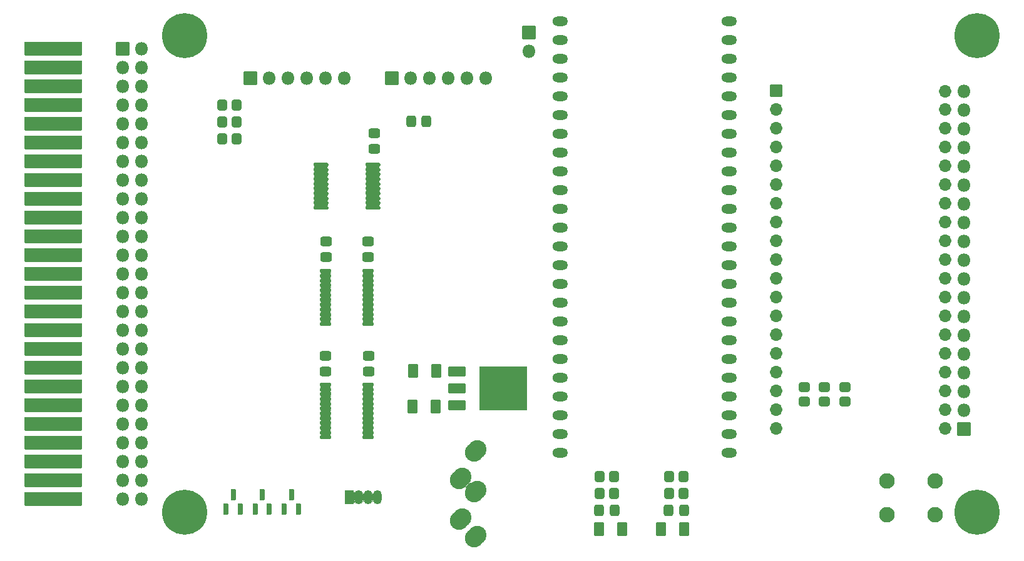
<source format=gbr>
%TF.GenerationSoftware,KiCad,Pcbnew,(6.0.11)*%
%TF.CreationDate,2023-06-18T20:13:55-07:00*%
%TF.ProjectId,TRS-IO-M3,5452532d-494f-42d4-9d33-2e6b69636164,rev?*%
%TF.SameCoordinates,Original*%
%TF.FileFunction,Soldermask,Top*%
%TF.FilePolarity,Negative*%
%FSLAX46Y46*%
G04 Gerber Fmt 4.6, Leading zero omitted, Abs format (unit mm)*
G04 Created by KiCad (PCBNEW (6.0.11)) date 2023-06-18 20:13:55*
%MOMM*%
%LPD*%
G01*
G04 APERTURE LIST*
G04 Aperture macros list*
%AMRoundRect*
0 Rectangle with rounded corners*
0 $1 Rounding radius*
0 $2 $3 $4 $5 $6 $7 $8 $9 X,Y pos of 4 corners*
0 Add a 4 corners polygon primitive as box body*
4,1,4,$2,$3,$4,$5,$6,$7,$8,$9,$2,$3,0*
0 Add four circle primitives for the rounded corners*
1,1,$1+$1,$2,$3*
1,1,$1+$1,$4,$5*
1,1,$1+$1,$6,$7*
1,1,$1+$1,$8,$9*
0 Add four rect primitives between the rounded corners*
20,1,$1+$1,$2,$3,$4,$5,0*
20,1,$1+$1,$4,$5,$6,$7,0*
20,1,$1+$1,$6,$7,$8,$9,0*
20,1,$1+$1,$8,$9,$2,$3,0*%
%AMHorizOval*
0 Thick line with rounded ends*
0 $1 width*
0 $2 $3 position (X,Y) of the first rounded end (center of the circle)*
0 $4 $5 position (X,Y) of the second rounded end (center of the circle)*
0 Add line between two ends*
20,1,$1,$2,$3,$4,$5,0*
0 Add two circle primitives to create the rounded ends*
1,1,$1,$2,$3*
1,1,$1,$4,$5*%
G04 Aperture macros list end*
%ADD10RoundRect,0.151000X-0.850000X-0.100000X0.850000X-0.100000X0.850000X0.100000X-0.850000X0.100000X0*%
%ADD11C,6.102000*%
%ADD12C,0.902000*%
%ADD13RoundRect,0.301000X0.350000X0.450000X-0.350000X0.450000X-0.350000X-0.450000X0.350000X-0.450000X0*%
%ADD14RoundRect,0.301000X-0.450000X0.350000X-0.450000X-0.350000X0.450000X-0.350000X0.450000X0.350000X0*%
%ADD15RoundRect,0.051000X0.850000X-0.850000X0.850000X0.850000X-0.850000X0.850000X-0.850000X-0.850000X0*%
%ADD16O,1.802000X1.802000*%
%ADD17RoundRect,0.301000X-0.475000X0.337500X-0.475000X-0.337500X0.475000X-0.337500X0.475000X0.337500X0*%
%ADD18O,2.102000X1.302000*%
%ADD19RoundRect,0.301000X0.475000X-0.337500X0.475000X0.337500X-0.475000X0.337500X-0.475000X-0.337500X0*%
%ADD20RoundRect,0.051000X-1.100000X-0.600000X1.100000X-0.600000X1.100000X0.600000X-1.100000X0.600000X0*%
%ADD21RoundRect,0.051000X-3.200000X-2.900000X3.200000X-2.900000X3.200000X2.900000X-3.200000X2.900000X0*%
%ADD22RoundRect,0.151000X-0.637500X-0.100000X0.637500X-0.100000X0.637500X0.100000X-0.637500X0.100000X0*%
%ADD23HorizOval,2.502000X-0.212132X-0.212132X0.212132X0.212132X0*%
%ADD24RoundRect,0.201000X0.150000X-0.587500X0.150000X0.587500X-0.150000X0.587500X-0.150000X-0.587500X0*%
%ADD25RoundRect,0.301000X-0.350000X-0.450000X0.350000X-0.450000X0.350000X0.450000X-0.350000X0.450000X0*%
%ADD26RoundRect,0.301000X0.412500X0.650000X-0.412500X0.650000X-0.412500X-0.650000X0.412500X-0.650000X0*%
%ADD27RoundRect,0.051000X-0.850000X-0.850000X0.850000X-0.850000X0.850000X0.850000X-0.850000X0.850000X0*%
%ADD28RoundRect,0.051000X-0.800000X-0.800000X0.800000X-0.800000X0.800000X0.800000X-0.800000X0.800000X0*%
%ADD29O,1.702000X1.702000*%
%ADD30RoundRect,0.301000X-0.337500X-0.475000X0.337500X-0.475000X0.337500X0.475000X-0.337500X0.475000X0*%
%ADD31RoundRect,0.051000X3.810000X-0.889000X3.810000X0.889000X-3.810000X0.889000X-3.810000X-0.889000X0*%
%ADD32RoundRect,0.051000X-0.535000X-0.900000X0.535000X-0.900000X0.535000X0.900000X-0.535000X0.900000X0*%
%ADD33O,1.172000X1.902000*%
%ADD34C,2.102000*%
%ADD35RoundRect,0.051000X0.850000X0.850000X-0.850000X0.850000X-0.850000X-0.850000X0.850000X-0.850000X0*%
G04 APERTURE END LIST*
D10*
%TO.C,U3*%
X143200000Y-78375000D03*
X143200000Y-79025000D03*
X143200000Y-79675000D03*
X143200000Y-80325000D03*
X143200000Y-80975000D03*
X143200000Y-81625000D03*
X143200000Y-82275000D03*
X143200000Y-82925000D03*
X143200000Y-83575000D03*
X143200000Y-84225000D03*
X150200000Y-84225000D03*
X150200000Y-83575000D03*
X150200000Y-82925000D03*
X150200000Y-82275000D03*
X150200000Y-81625000D03*
X150200000Y-80975000D03*
X150200000Y-80325000D03*
X150200000Y-79675000D03*
X150200000Y-79025000D03*
X150200000Y-78375000D03*
%TD*%
D11*
%TO.C,H1*%
X124714000Y-60960000D03*
D12*
X126304990Y-62550990D03*
X123123010Y-59369010D03*
X126964000Y-60960000D03*
X124714000Y-58710000D03*
X122464000Y-60960000D03*
X124714000Y-63210000D03*
X126304990Y-59369010D03*
X123123010Y-62550990D03*
%TD*%
%TO.C,H2*%
X233540990Y-62550990D03*
X234200000Y-60960000D03*
D11*
X231950000Y-60960000D03*
D12*
X229700000Y-60960000D03*
X230359010Y-62550990D03*
X230359010Y-59369010D03*
X233540990Y-59369010D03*
X231950000Y-63210000D03*
X231950000Y-58710000D03*
%TD*%
%TO.C,H3*%
X126964000Y-125476000D03*
X124714000Y-127726000D03*
X126304990Y-123885010D03*
X123123010Y-127066990D03*
D11*
X124714000Y-125476000D03*
D12*
X122464000Y-125476000D03*
X124714000Y-123226000D03*
X126304990Y-127066990D03*
X123123010Y-123885010D03*
%TD*%
%TO.C,H4*%
X233540990Y-123885010D03*
X229700000Y-125476000D03*
X233540990Y-127066990D03*
X231950000Y-127726000D03*
X230359010Y-123885010D03*
X234200000Y-125476000D03*
X231950000Y-123226000D03*
X230359010Y-127066990D03*
D11*
X231950000Y-125476000D03*
%TD*%
D13*
%TO.C,R9*%
X131810000Y-72644000D03*
X129810000Y-72644000D03*
%TD*%
%TO.C,R8*%
X131810000Y-70358000D03*
X129810000Y-70358000D03*
%TD*%
D14*
%TO.C,R1*%
X208534000Y-108474000D03*
X208534000Y-110474000D03*
%TD*%
%TO.C,R2*%
X214068000Y-108474000D03*
X214068000Y-110474000D03*
%TD*%
D15*
%TO.C,J5*%
X133600000Y-66675000D03*
D16*
X136140000Y-66675000D03*
X138680000Y-66675000D03*
X141220000Y-66675000D03*
X143760000Y-66675000D03*
X146300000Y-66675000D03*
%TD*%
D17*
%TO.C,C6*%
X149650000Y-104312500D03*
X149650000Y-106387500D03*
%TD*%
D18*
%TO.C,U5*%
X175520000Y-58985000D03*
X175520000Y-61525000D03*
X175520000Y-64065000D03*
X175520000Y-66605000D03*
X175520000Y-69145000D03*
X175520000Y-71685000D03*
X175520000Y-74225000D03*
X175520000Y-76765000D03*
X175520000Y-79305000D03*
X175520000Y-81845000D03*
X175520000Y-84385000D03*
X175520000Y-86925000D03*
X175520000Y-89465000D03*
X175520000Y-92005000D03*
X175520000Y-94545000D03*
X175520000Y-97085000D03*
X175520000Y-99625000D03*
X175520000Y-102165000D03*
X175520000Y-104705000D03*
X175520000Y-107245000D03*
X175520000Y-109785000D03*
X175520000Y-112325000D03*
X175520000Y-114865000D03*
X175520000Y-117405000D03*
X198420000Y-117405000D03*
X198420000Y-114865000D03*
X198420000Y-112325000D03*
X198420000Y-109785000D03*
X198420000Y-107245000D03*
X198420000Y-104705000D03*
X198420000Y-102165000D03*
X198420000Y-99625000D03*
X198420000Y-97085000D03*
X198420000Y-94545000D03*
X198420000Y-92005000D03*
X198420000Y-89465000D03*
X198420000Y-86925000D03*
X198420000Y-84385000D03*
X198420000Y-81845000D03*
X198420000Y-79305000D03*
X198420000Y-76765000D03*
X198420000Y-74225000D03*
X198420000Y-71685000D03*
X198420000Y-69145000D03*
X198420000Y-66605000D03*
X198420000Y-64065000D03*
X198420000Y-61525000D03*
X198420000Y-58985000D03*
%TD*%
D19*
%TO.C,C1*%
X143850000Y-90887500D03*
X143850000Y-88812500D03*
%TD*%
D17*
%TO.C,C7*%
X150400000Y-74162500D03*
X150400000Y-76237500D03*
%TD*%
D20*
%TO.C,U4*%
X161544000Y-106433000D03*
X161544000Y-108713000D03*
D21*
X167844000Y-108713000D03*
D20*
X161544000Y-110993000D03*
%TD*%
D22*
%TO.C,U2*%
X143837500Y-108175000D03*
X143837500Y-108825000D03*
X143837500Y-109475000D03*
X143837500Y-110125000D03*
X143837500Y-110775000D03*
X143837500Y-111425000D03*
X143837500Y-112075000D03*
X143837500Y-112725000D03*
X143837500Y-113375000D03*
X143837500Y-114025000D03*
X143837500Y-114675000D03*
X143837500Y-115325000D03*
X149562500Y-115325000D03*
X149562500Y-114675000D03*
X149562500Y-114025000D03*
X149562500Y-113375000D03*
X149562500Y-112725000D03*
X149562500Y-112075000D03*
X149562500Y-111425000D03*
X149562500Y-110775000D03*
X149562500Y-110125000D03*
X149562500Y-109475000D03*
X149562500Y-108825000D03*
X149562500Y-108175000D03*
%TD*%
D17*
%TO.C,C3*%
X149600000Y-88812500D03*
X149600000Y-90887500D03*
%TD*%
D23*
%TO.C,J7*%
X162084000Y-120878000D03*
X164084000Y-122678000D03*
X164084000Y-128778000D03*
X162084000Y-126378000D03*
X164084000Y-117178000D03*
%TD*%
D24*
%TO.C,Q2*%
X134279600Y-124991100D03*
X136179600Y-124991100D03*
X135229600Y-123116100D03*
%TD*%
D25*
%TO.C,R7*%
X190262000Y-122936000D03*
X192262000Y-122936000D03*
%TD*%
D26*
%TO.C,C4*%
X158781500Y-106338000D03*
X155656500Y-106338000D03*
%TD*%
D27*
%TO.C,J4*%
X171300000Y-60475000D03*
D16*
X171300000Y-63015000D03*
%TD*%
D26*
%TO.C,C12*%
X192316500Y-127762000D03*
X189191500Y-127762000D03*
%TD*%
D28*
%TO.C,U6*%
X204750000Y-68400000D03*
D29*
X204750000Y-70940000D03*
X204750000Y-73480000D03*
X204750000Y-76020000D03*
X204750000Y-78560000D03*
X204750000Y-81100000D03*
X204750000Y-83640000D03*
X204750000Y-86180000D03*
X204750000Y-88720000D03*
X204750000Y-91260000D03*
X204750000Y-93800000D03*
X204750000Y-96340000D03*
X204750000Y-98880000D03*
X204750000Y-101420000D03*
X204750000Y-103960000D03*
X204750000Y-106500000D03*
X204750000Y-109040000D03*
X204750000Y-111580000D03*
X204750000Y-114120000D03*
X227610000Y-114120000D03*
X227610000Y-111580000D03*
X227610000Y-109040000D03*
X227610000Y-106500000D03*
X227610000Y-103960000D03*
X227610000Y-101420000D03*
X227610000Y-98880000D03*
X227610000Y-96340000D03*
X227610000Y-93800000D03*
X227610000Y-91260000D03*
X227610000Y-88720000D03*
X227610000Y-86180000D03*
X227610000Y-83640000D03*
X227610000Y-81100000D03*
X227610000Y-78560000D03*
X227610000Y-76020000D03*
X227610000Y-73480000D03*
X227610000Y-70940000D03*
X227610000Y-68463500D03*
%TD*%
D30*
%TO.C,C9*%
X180826500Y-125222000D03*
X182901500Y-125222000D03*
%TD*%
D31*
%TO.C,J1*%
X106934000Y-123698000D03*
X106934000Y-121158000D03*
X106934000Y-118618000D03*
X106934000Y-116078000D03*
X106934000Y-113538000D03*
X106934000Y-110998000D03*
X106934000Y-108458000D03*
X106934000Y-105918000D03*
X106934000Y-103378000D03*
X106934000Y-100838000D03*
X106934000Y-98298000D03*
X106934000Y-95758000D03*
X106934000Y-93218000D03*
X106934000Y-90678000D03*
X106934000Y-88138000D03*
X106934000Y-85598000D03*
X106934000Y-83058000D03*
X106934000Y-80518000D03*
X106934000Y-77978000D03*
X106934000Y-75438000D03*
X106934000Y-72898000D03*
X106934000Y-70358000D03*
X106934000Y-67818000D03*
X106934000Y-65278000D03*
X106934000Y-62738000D03*
%TD*%
D24*
%TO.C,Q1*%
X138242000Y-124991100D03*
X140142000Y-124991100D03*
X139192000Y-123116100D03*
%TD*%
D15*
%TO.C,J6*%
X152800000Y-66675000D03*
D16*
X155340000Y-66675000D03*
X157880000Y-66675000D03*
X160420000Y-66675000D03*
X162960000Y-66675000D03*
X165500000Y-66675000D03*
%TD*%
D14*
%TO.C,R3*%
X211274000Y-108474000D03*
X211274000Y-110474000D03*
%TD*%
D30*
%TO.C,C10*%
X190224500Y-125222000D03*
X192299500Y-125222000D03*
%TD*%
D25*
%TO.C,R4*%
X180864000Y-120650000D03*
X182864000Y-120650000D03*
%TD*%
%TO.C,R6*%
X180864000Y-122936000D03*
X182864000Y-122936000D03*
%TD*%
D32*
%TO.C,D1*%
X147045600Y-123444000D03*
D33*
X148315600Y-123444000D03*
X149585600Y-123444000D03*
X150855600Y-123444000D03*
%TD*%
D25*
%TO.C,R5*%
X190262000Y-120650000D03*
X192262000Y-120650000D03*
%TD*%
D16*
%TO.C,J2*%
X118867000Y-123703000D03*
X116327000Y-123703000D03*
X118867000Y-121163000D03*
X116327000Y-121163000D03*
X118867000Y-118623000D03*
X116327000Y-118623000D03*
X118867000Y-116083000D03*
X116327000Y-116083000D03*
X118867000Y-113543000D03*
X116327000Y-113543000D03*
X118867000Y-111003000D03*
X116327000Y-111003000D03*
X118867000Y-108463000D03*
X116327000Y-108463000D03*
X118867000Y-105923000D03*
X116327000Y-105923000D03*
X118867000Y-103383000D03*
X116327000Y-103383000D03*
X118867000Y-100843000D03*
X116327000Y-100843000D03*
X118867000Y-98303000D03*
X116327000Y-98303000D03*
X118867000Y-95763000D03*
X116327000Y-95763000D03*
X118867000Y-93223000D03*
X116327000Y-93223000D03*
X118867000Y-90683000D03*
X116327000Y-90683000D03*
X118867000Y-88143000D03*
X116327000Y-88143000D03*
X118867000Y-85603000D03*
X116327000Y-85603000D03*
X118867000Y-83063000D03*
X116327000Y-83063000D03*
X118867000Y-80523000D03*
X116327000Y-80523000D03*
X118867000Y-77983000D03*
X116327000Y-77983000D03*
X118867000Y-75443000D03*
X116327000Y-75443000D03*
X118867000Y-72903000D03*
X116327000Y-72903000D03*
X118867000Y-70363000D03*
X116327000Y-70363000D03*
X118867000Y-67823000D03*
X116327000Y-67823000D03*
X118867000Y-65283000D03*
X116327000Y-65283000D03*
X118867000Y-62743000D03*
D27*
X116327000Y-62743000D03*
%TD*%
D26*
%TO.C,C11*%
X183934500Y-127762000D03*
X180809500Y-127762000D03*
%TD*%
D19*
%TO.C,C2*%
X143800000Y-106387500D03*
X143800000Y-104312500D03*
%TD*%
D34*
%TO.C,SW1*%
X226250000Y-125750000D03*
X219750000Y-125750000D03*
X226250000Y-121250000D03*
X219750000Y-121250000D03*
%TD*%
D22*
%TO.C,U1*%
X143837500Y-92800000D03*
X143837500Y-93450000D03*
X143837500Y-94100000D03*
X143837500Y-94750000D03*
X143837500Y-95400000D03*
X143837500Y-96050000D03*
X143837500Y-96700000D03*
X143837500Y-97350000D03*
X143837500Y-98000000D03*
X143837500Y-98650000D03*
X143837500Y-99300000D03*
X143837500Y-99950000D03*
X149562500Y-99950000D03*
X149562500Y-99300000D03*
X149562500Y-98650000D03*
X149562500Y-98000000D03*
X149562500Y-97350000D03*
X149562500Y-96700000D03*
X149562500Y-96050000D03*
X149562500Y-95400000D03*
X149562500Y-94750000D03*
X149562500Y-94100000D03*
X149562500Y-93450000D03*
X149562500Y-92800000D03*
%TD*%
D26*
%TO.C,C5*%
X158731500Y-111138000D03*
X155606500Y-111138000D03*
%TD*%
D30*
%TO.C,C8*%
X155375000Y-72550000D03*
X157450000Y-72550000D03*
%TD*%
D35*
%TO.C,J3*%
X230150000Y-114150000D03*
D16*
X230150000Y-111610000D03*
X230150000Y-109070000D03*
X230150000Y-106530000D03*
X230150000Y-103990000D03*
X230150000Y-101450000D03*
X230150000Y-98910000D03*
X230150000Y-96370000D03*
X230150000Y-93830000D03*
X230150000Y-91290000D03*
X230150000Y-88750000D03*
X230150000Y-86210000D03*
X230150000Y-83670000D03*
X230150000Y-81130000D03*
X230150000Y-78590000D03*
X230150000Y-76050000D03*
X230150000Y-73510000D03*
X230150000Y-70970000D03*
X230150000Y-68430000D03*
%TD*%
D13*
%TO.C,R10*%
X131810000Y-74930000D03*
X129810000Y-74930000D03*
%TD*%
D24*
%TO.C,Q3*%
X130368000Y-124991100D03*
X132268000Y-124991100D03*
X131318000Y-123116100D03*
%TD*%
G36*
X147633519Y-122646267D02*
G01*
X147653195Y-122713279D01*
X147705538Y-122758634D01*
X147774091Y-122768491D01*
X147837247Y-122739648D01*
X147857302Y-122717450D01*
X147879159Y-122686350D01*
X147879480Y-122685993D01*
X147888237Y-122678354D01*
X147890200Y-122677969D01*
X147891515Y-122679476D01*
X147891139Y-122681079D01*
X147809855Y-122787010D01*
X147751516Y-122927854D01*
X147731600Y-123079132D01*
X147731600Y-123808868D01*
X147751516Y-123960146D01*
X147809855Y-124100990D01*
X147889246Y-124204455D01*
X147889507Y-124206438D01*
X147887920Y-124207656D01*
X147886328Y-124207166D01*
X147875390Y-124197420D01*
X147875073Y-124197060D01*
X147858128Y-124172406D01*
X147804178Y-124128506D01*
X147735350Y-124120775D01*
X147673271Y-124151481D01*
X147637562Y-124211018D01*
X147633584Y-124242092D01*
X147632372Y-124243683D01*
X147630388Y-124243429D01*
X147629600Y-124241838D01*
X147629600Y-122646830D01*
X147630600Y-122645098D01*
X147632600Y-122645098D01*
X147633519Y-122646267D01*
G37*
G36*
X150344959Y-122797141D02*
G01*
X150344993Y-122798748D01*
X150291516Y-122927854D01*
X150271600Y-123079132D01*
X150271600Y-123808868D01*
X150291516Y-123960146D01*
X150343804Y-124086380D01*
X150343543Y-124088363D01*
X150341695Y-124089128D01*
X150340308Y-124088278D01*
X150327593Y-124069778D01*
X150327066Y-124069820D01*
X150326330Y-124069220D01*
X150293464Y-124025704D01*
X150228469Y-124001778D01*
X150160859Y-124016789D01*
X150111929Y-124066137D01*
X150105603Y-124079800D01*
X150103104Y-124086209D01*
X150102877Y-124086633D01*
X150099691Y-124091167D01*
X150097877Y-124092009D01*
X150096241Y-124090859D01*
X150096207Y-124089252D01*
X150149684Y-123960146D01*
X150169600Y-123808868D01*
X150169600Y-123079132D01*
X150149684Y-122927854D01*
X150097396Y-122801620D01*
X150097657Y-122799637D01*
X150099505Y-122798872D01*
X150100892Y-122799722D01*
X150113607Y-122818222D01*
X150114134Y-122818180D01*
X150114870Y-122818780D01*
X150147736Y-122862296D01*
X150212731Y-122886222D01*
X150280341Y-122871211D01*
X150329271Y-122821863D01*
X150335597Y-122808200D01*
X150338096Y-122801791D01*
X150338323Y-122801367D01*
X150341509Y-122796833D01*
X150343323Y-122795991D01*
X150344959Y-122797141D01*
G37*
G36*
X149074959Y-122797141D02*
G01*
X149074993Y-122798748D01*
X149021516Y-122927854D01*
X149001600Y-123079132D01*
X149001600Y-123808868D01*
X149021516Y-123960146D01*
X149073804Y-124086380D01*
X149073543Y-124088363D01*
X149071695Y-124089128D01*
X149070308Y-124088278D01*
X149057593Y-124069778D01*
X149057066Y-124069820D01*
X149056330Y-124069220D01*
X149023464Y-124025704D01*
X148958469Y-124001778D01*
X148890859Y-124016789D01*
X148841929Y-124066137D01*
X148835603Y-124079800D01*
X148833104Y-124086209D01*
X148832877Y-124086633D01*
X148829691Y-124091167D01*
X148827877Y-124092009D01*
X148826241Y-124090859D01*
X148826207Y-124089252D01*
X148879684Y-123960146D01*
X148899600Y-123808868D01*
X148899600Y-123079132D01*
X148879684Y-122927854D01*
X148827396Y-122801620D01*
X148827657Y-122799637D01*
X148829505Y-122798872D01*
X148830892Y-122799722D01*
X148843607Y-122818222D01*
X148844134Y-122818180D01*
X148844870Y-122818780D01*
X148877736Y-122862296D01*
X148942731Y-122886222D01*
X149010341Y-122871211D01*
X149059271Y-122821863D01*
X149065597Y-122808200D01*
X149068096Y-122801791D01*
X149068323Y-122801367D01*
X149071509Y-122796833D01*
X149073323Y-122795991D01*
X149074959Y-122797141D01*
G37*
G36*
X163367960Y-121303711D02*
G01*
X163368173Y-121305207D01*
X163351340Y-121372290D01*
X163373477Y-121437914D01*
X163427580Y-121481153D01*
X163496549Y-121488286D01*
X163536581Y-121471618D01*
X163538565Y-121471875D01*
X163539333Y-121473721D01*
X163538448Y-121475136D01*
X163520292Y-121487062D01*
X163412917Y-121582729D01*
X162988755Y-122006891D01*
X162846259Y-122177315D01*
X162803503Y-122252274D01*
X162801776Y-122253283D01*
X162800039Y-122252292D01*
X162799826Y-122250796D01*
X162816659Y-122183711D01*
X162794523Y-122118087D01*
X162740420Y-122074848D01*
X162671451Y-122067715D01*
X162631416Y-122084384D01*
X162629432Y-122084127D01*
X162628664Y-122082281D01*
X162629549Y-122080866D01*
X162647708Y-122068938D01*
X162755083Y-121973271D01*
X163179245Y-121549109D01*
X163321741Y-121378685D01*
X163364496Y-121303729D01*
X163366223Y-121302720D01*
X163367960Y-121303711D01*
G37*
G36*
X144552587Y-114902477D02*
G01*
X144552126Y-114903891D01*
X144512803Y-114950944D01*
X144504170Y-115019660D01*
X144534133Y-115082289D01*
X144542803Y-115089800D01*
X144543457Y-115091690D01*
X144542147Y-115093202D01*
X144540382Y-115092975D01*
X144532006Y-115087379D01*
X144474801Y-115076000D01*
X143200199Y-115076000D01*
X143142994Y-115087379D01*
X143125520Y-115099055D01*
X143123524Y-115099186D01*
X143122413Y-115097523D01*
X143122874Y-115096109D01*
X143162197Y-115049056D01*
X143170830Y-114980340D01*
X143140867Y-114917711D01*
X143132197Y-114910200D01*
X143131543Y-114908310D01*
X143132853Y-114906798D01*
X143134618Y-114907025D01*
X143142994Y-114912621D01*
X143200199Y-114924000D01*
X144474801Y-114924000D01*
X144532006Y-114912621D01*
X144549480Y-114900945D01*
X144551476Y-114900814D01*
X144552587Y-114902477D01*
G37*
G36*
X150277587Y-114902477D02*
G01*
X150277126Y-114903891D01*
X150237803Y-114950944D01*
X150229170Y-115019660D01*
X150259133Y-115082289D01*
X150267803Y-115089800D01*
X150268457Y-115091690D01*
X150267147Y-115093202D01*
X150265382Y-115092975D01*
X150257006Y-115087379D01*
X150199801Y-115076000D01*
X148925199Y-115076000D01*
X148867994Y-115087379D01*
X148850520Y-115099055D01*
X148848524Y-115099186D01*
X148847413Y-115097523D01*
X148847874Y-115096109D01*
X148887197Y-115049056D01*
X148895830Y-114980340D01*
X148865867Y-114917711D01*
X148857197Y-114910200D01*
X148856543Y-114908310D01*
X148857853Y-114906798D01*
X148859618Y-114907025D01*
X148867994Y-114912621D01*
X148925199Y-114924000D01*
X150199801Y-114924000D01*
X150257006Y-114912621D01*
X150274480Y-114900945D01*
X150276476Y-114900814D01*
X150277587Y-114902477D01*
G37*
G36*
X144552587Y-114252477D02*
G01*
X144552126Y-114253891D01*
X144512803Y-114300944D01*
X144504170Y-114369660D01*
X144534133Y-114432289D01*
X144542803Y-114439800D01*
X144543457Y-114441690D01*
X144542147Y-114443202D01*
X144540382Y-114442975D01*
X144532006Y-114437379D01*
X144474801Y-114426000D01*
X143200199Y-114426000D01*
X143142994Y-114437379D01*
X143125520Y-114449055D01*
X143123524Y-114449186D01*
X143122413Y-114447523D01*
X143122874Y-114446109D01*
X143162197Y-114399056D01*
X143170830Y-114330340D01*
X143140867Y-114267711D01*
X143132197Y-114260200D01*
X143131543Y-114258310D01*
X143132853Y-114256798D01*
X143134618Y-114257025D01*
X143142994Y-114262621D01*
X143200199Y-114274000D01*
X144474801Y-114274000D01*
X144532006Y-114262621D01*
X144549480Y-114250945D01*
X144551476Y-114250814D01*
X144552587Y-114252477D01*
G37*
G36*
X150277587Y-114252477D02*
G01*
X150277126Y-114253891D01*
X150237803Y-114300944D01*
X150229170Y-114369660D01*
X150259133Y-114432289D01*
X150267803Y-114439800D01*
X150268457Y-114441690D01*
X150267147Y-114443202D01*
X150265382Y-114442975D01*
X150257006Y-114437379D01*
X150199801Y-114426000D01*
X148925199Y-114426000D01*
X148867994Y-114437379D01*
X148850520Y-114449055D01*
X148848524Y-114449186D01*
X148847413Y-114447523D01*
X148847874Y-114446109D01*
X148887197Y-114399056D01*
X148895830Y-114330340D01*
X148865867Y-114267711D01*
X148857197Y-114260200D01*
X148856543Y-114258310D01*
X148857853Y-114256798D01*
X148859618Y-114257025D01*
X148867994Y-114262621D01*
X148925199Y-114274000D01*
X150199801Y-114274000D01*
X150257006Y-114262621D01*
X150274480Y-114250945D01*
X150276476Y-114250814D01*
X150277587Y-114252477D01*
G37*
G36*
X150277587Y-113602477D02*
G01*
X150277126Y-113603891D01*
X150237803Y-113650944D01*
X150229170Y-113719660D01*
X150259133Y-113782289D01*
X150267803Y-113789800D01*
X150268457Y-113791690D01*
X150267147Y-113793202D01*
X150265382Y-113792975D01*
X150257006Y-113787379D01*
X150199801Y-113776000D01*
X148925199Y-113776000D01*
X148867994Y-113787379D01*
X148850520Y-113799055D01*
X148848524Y-113799186D01*
X148847413Y-113797523D01*
X148847874Y-113796109D01*
X148887197Y-113749056D01*
X148895830Y-113680340D01*
X148865867Y-113617711D01*
X148857197Y-113610200D01*
X148856543Y-113608310D01*
X148857853Y-113606798D01*
X148859618Y-113607025D01*
X148867994Y-113612621D01*
X148925199Y-113624000D01*
X150199801Y-113624000D01*
X150257006Y-113612621D01*
X150274480Y-113600945D01*
X150276476Y-113600814D01*
X150277587Y-113602477D01*
G37*
G36*
X144552587Y-113602477D02*
G01*
X144552126Y-113603891D01*
X144512803Y-113650944D01*
X144504170Y-113719660D01*
X144534133Y-113782289D01*
X144542803Y-113789800D01*
X144543457Y-113791690D01*
X144542147Y-113793202D01*
X144540382Y-113792975D01*
X144532006Y-113787379D01*
X144474801Y-113776000D01*
X143200199Y-113776000D01*
X143142994Y-113787379D01*
X143125520Y-113799055D01*
X143123524Y-113799186D01*
X143122413Y-113797523D01*
X143122874Y-113796109D01*
X143162197Y-113749056D01*
X143170830Y-113680340D01*
X143140867Y-113617711D01*
X143132197Y-113610200D01*
X143131543Y-113608310D01*
X143132853Y-113606798D01*
X143134618Y-113607025D01*
X143142994Y-113612621D01*
X143200199Y-113624000D01*
X144474801Y-113624000D01*
X144532006Y-113612621D01*
X144549480Y-113600945D01*
X144551476Y-113600814D01*
X144552587Y-113602477D01*
G37*
G36*
X144552587Y-112952477D02*
G01*
X144552126Y-112953891D01*
X144512803Y-113000944D01*
X144504170Y-113069660D01*
X144534133Y-113132289D01*
X144542803Y-113139800D01*
X144543457Y-113141690D01*
X144542147Y-113143202D01*
X144540382Y-113142975D01*
X144532006Y-113137379D01*
X144474801Y-113126000D01*
X143200199Y-113126000D01*
X143142994Y-113137379D01*
X143125520Y-113149055D01*
X143123524Y-113149186D01*
X143122413Y-113147523D01*
X143122874Y-113146109D01*
X143162197Y-113099056D01*
X143170830Y-113030340D01*
X143140867Y-112967711D01*
X143132197Y-112960200D01*
X143131543Y-112958310D01*
X143132853Y-112956798D01*
X143134618Y-112957025D01*
X143142994Y-112962621D01*
X143200199Y-112974000D01*
X144474801Y-112974000D01*
X144532006Y-112962621D01*
X144549480Y-112950945D01*
X144551476Y-112950814D01*
X144552587Y-112952477D01*
G37*
G36*
X150277587Y-112952477D02*
G01*
X150277126Y-112953891D01*
X150237803Y-113000944D01*
X150229170Y-113069660D01*
X150259133Y-113132289D01*
X150267803Y-113139800D01*
X150268457Y-113141690D01*
X150267147Y-113143202D01*
X150265382Y-113142975D01*
X150257006Y-113137379D01*
X150199801Y-113126000D01*
X148925199Y-113126000D01*
X148867994Y-113137379D01*
X148850520Y-113149055D01*
X148848524Y-113149186D01*
X148847413Y-113147523D01*
X148847874Y-113146109D01*
X148887197Y-113099056D01*
X148895830Y-113030340D01*
X148865867Y-112967711D01*
X148857197Y-112960200D01*
X148856543Y-112958310D01*
X148857853Y-112956798D01*
X148859618Y-112957025D01*
X148867994Y-112962621D01*
X148925199Y-112974000D01*
X150199801Y-112974000D01*
X150257006Y-112962621D01*
X150274480Y-112950945D01*
X150276476Y-112950814D01*
X150277587Y-112952477D01*
G37*
G36*
X144552587Y-112302477D02*
G01*
X144552126Y-112303891D01*
X144512803Y-112350944D01*
X144504170Y-112419660D01*
X144534133Y-112482289D01*
X144542803Y-112489800D01*
X144543457Y-112491690D01*
X144542147Y-112493202D01*
X144540382Y-112492975D01*
X144532006Y-112487379D01*
X144474801Y-112476000D01*
X143200199Y-112476000D01*
X143142994Y-112487379D01*
X143125520Y-112499055D01*
X143123524Y-112499186D01*
X143122413Y-112497523D01*
X143122874Y-112496109D01*
X143162197Y-112449056D01*
X143170830Y-112380340D01*
X143140867Y-112317711D01*
X143132197Y-112310200D01*
X143131543Y-112308310D01*
X143132853Y-112306798D01*
X143134618Y-112307025D01*
X143142994Y-112312621D01*
X143200199Y-112324000D01*
X144474801Y-112324000D01*
X144532006Y-112312621D01*
X144549480Y-112300945D01*
X144551476Y-112300814D01*
X144552587Y-112302477D01*
G37*
G36*
X150277587Y-112302477D02*
G01*
X150277126Y-112303891D01*
X150237803Y-112350944D01*
X150229170Y-112419660D01*
X150259133Y-112482289D01*
X150267803Y-112489800D01*
X150268457Y-112491690D01*
X150267147Y-112493202D01*
X150265382Y-112492975D01*
X150257006Y-112487379D01*
X150199801Y-112476000D01*
X148925199Y-112476000D01*
X148867994Y-112487379D01*
X148850520Y-112499055D01*
X148848524Y-112499186D01*
X148847413Y-112497523D01*
X148847874Y-112496109D01*
X148887197Y-112449056D01*
X148895830Y-112380340D01*
X148865867Y-112317711D01*
X148857197Y-112310200D01*
X148856543Y-112308310D01*
X148857853Y-112306798D01*
X148859618Y-112307025D01*
X148867994Y-112312621D01*
X148925199Y-112324000D01*
X150199801Y-112324000D01*
X150257006Y-112312621D01*
X150274480Y-112300945D01*
X150276476Y-112300814D01*
X150277587Y-112302477D01*
G37*
G36*
X150277587Y-111652477D02*
G01*
X150277126Y-111653891D01*
X150237803Y-111700944D01*
X150229170Y-111769660D01*
X150259133Y-111832289D01*
X150267803Y-111839800D01*
X150268457Y-111841690D01*
X150267147Y-111843202D01*
X150265382Y-111842975D01*
X150257006Y-111837379D01*
X150199801Y-111826000D01*
X148925199Y-111826000D01*
X148867994Y-111837379D01*
X148850520Y-111849055D01*
X148848524Y-111849186D01*
X148847413Y-111847523D01*
X148847874Y-111846109D01*
X148887197Y-111799056D01*
X148895830Y-111730340D01*
X148865867Y-111667711D01*
X148857197Y-111660200D01*
X148856543Y-111658310D01*
X148857853Y-111656798D01*
X148859618Y-111657025D01*
X148867994Y-111662621D01*
X148925199Y-111674000D01*
X150199801Y-111674000D01*
X150257006Y-111662621D01*
X150274480Y-111650945D01*
X150276476Y-111650814D01*
X150277587Y-111652477D01*
G37*
G36*
X144552587Y-111652477D02*
G01*
X144552126Y-111653891D01*
X144512803Y-111700944D01*
X144504170Y-111769660D01*
X144534133Y-111832289D01*
X144542803Y-111839800D01*
X144543457Y-111841690D01*
X144542147Y-111843202D01*
X144540382Y-111842975D01*
X144532006Y-111837379D01*
X144474801Y-111826000D01*
X143200199Y-111826000D01*
X143142994Y-111837379D01*
X143125520Y-111849055D01*
X143123524Y-111849186D01*
X143122413Y-111847523D01*
X143122874Y-111846109D01*
X143162197Y-111799056D01*
X143170830Y-111730340D01*
X143140867Y-111667711D01*
X143132197Y-111660200D01*
X143131543Y-111658310D01*
X143132853Y-111656798D01*
X143134618Y-111657025D01*
X143142994Y-111662621D01*
X143200199Y-111674000D01*
X144474801Y-111674000D01*
X144532006Y-111662621D01*
X144549480Y-111650945D01*
X144551476Y-111650814D01*
X144552587Y-111652477D01*
G37*
G36*
X144552587Y-111002477D02*
G01*
X144552126Y-111003891D01*
X144512803Y-111050944D01*
X144504170Y-111119660D01*
X144534133Y-111182289D01*
X144542803Y-111189800D01*
X144543457Y-111191690D01*
X144542147Y-111193202D01*
X144540382Y-111192975D01*
X144532006Y-111187379D01*
X144474801Y-111176000D01*
X143200199Y-111176000D01*
X143142994Y-111187379D01*
X143125520Y-111199055D01*
X143123524Y-111199186D01*
X143122413Y-111197523D01*
X143122874Y-111196109D01*
X143162197Y-111149056D01*
X143170830Y-111080340D01*
X143140867Y-111017711D01*
X143132197Y-111010200D01*
X143131543Y-111008310D01*
X143132853Y-111006798D01*
X143134618Y-111007025D01*
X143142994Y-111012621D01*
X143200199Y-111024000D01*
X144474801Y-111024000D01*
X144532006Y-111012621D01*
X144549480Y-111000945D01*
X144551476Y-111000814D01*
X144552587Y-111002477D01*
G37*
G36*
X150277587Y-111002477D02*
G01*
X150277126Y-111003891D01*
X150237803Y-111050944D01*
X150229170Y-111119660D01*
X150259133Y-111182289D01*
X150267803Y-111189800D01*
X150268457Y-111191690D01*
X150267147Y-111193202D01*
X150265382Y-111192975D01*
X150257006Y-111187379D01*
X150199801Y-111176000D01*
X148925199Y-111176000D01*
X148867994Y-111187379D01*
X148850520Y-111199055D01*
X148848524Y-111199186D01*
X148847413Y-111197523D01*
X148847874Y-111196109D01*
X148887197Y-111149056D01*
X148895830Y-111080340D01*
X148865867Y-111017711D01*
X148857197Y-111010200D01*
X148856543Y-111008310D01*
X148857853Y-111006798D01*
X148859618Y-111007025D01*
X148867994Y-111012621D01*
X148925199Y-111024000D01*
X150199801Y-111024000D01*
X150257006Y-111012621D01*
X150274480Y-111000945D01*
X150276476Y-111000814D01*
X150277587Y-111002477D01*
G37*
G36*
X144552587Y-110352477D02*
G01*
X144552126Y-110353891D01*
X144512803Y-110400944D01*
X144504170Y-110469660D01*
X144534133Y-110532289D01*
X144542803Y-110539800D01*
X144543457Y-110541690D01*
X144542147Y-110543202D01*
X144540382Y-110542975D01*
X144532006Y-110537379D01*
X144474801Y-110526000D01*
X143200199Y-110526000D01*
X143142994Y-110537379D01*
X143125520Y-110549055D01*
X143123524Y-110549186D01*
X143122413Y-110547523D01*
X143122874Y-110546109D01*
X143162197Y-110499056D01*
X143170830Y-110430340D01*
X143140867Y-110367711D01*
X143132197Y-110360200D01*
X143131543Y-110358310D01*
X143132853Y-110356798D01*
X143134618Y-110357025D01*
X143142994Y-110362621D01*
X143200199Y-110374000D01*
X144474801Y-110374000D01*
X144532006Y-110362621D01*
X144549480Y-110350945D01*
X144551476Y-110350814D01*
X144552587Y-110352477D01*
G37*
G36*
X150277587Y-110352477D02*
G01*
X150277126Y-110353891D01*
X150237803Y-110400944D01*
X150229170Y-110469660D01*
X150259133Y-110532289D01*
X150267803Y-110539800D01*
X150268457Y-110541690D01*
X150267147Y-110543202D01*
X150265382Y-110542975D01*
X150257006Y-110537379D01*
X150199801Y-110526000D01*
X148925199Y-110526000D01*
X148867994Y-110537379D01*
X148850520Y-110549055D01*
X148848524Y-110549186D01*
X148847413Y-110547523D01*
X148847874Y-110546109D01*
X148887197Y-110499056D01*
X148895830Y-110430340D01*
X148865867Y-110367711D01*
X148857197Y-110360200D01*
X148856543Y-110358310D01*
X148857853Y-110356798D01*
X148859618Y-110357025D01*
X148867994Y-110362621D01*
X148925199Y-110374000D01*
X150199801Y-110374000D01*
X150257006Y-110362621D01*
X150274480Y-110350945D01*
X150276476Y-110350814D01*
X150277587Y-110352477D01*
G37*
G36*
X150277587Y-109702477D02*
G01*
X150277126Y-109703891D01*
X150237803Y-109750944D01*
X150229170Y-109819660D01*
X150259133Y-109882289D01*
X150267803Y-109889800D01*
X150268457Y-109891690D01*
X150267147Y-109893202D01*
X150265382Y-109892975D01*
X150257006Y-109887379D01*
X150199801Y-109876000D01*
X148925199Y-109876000D01*
X148867994Y-109887379D01*
X148850520Y-109899055D01*
X148848524Y-109899186D01*
X148847413Y-109897523D01*
X148847874Y-109896109D01*
X148887197Y-109849056D01*
X148895830Y-109780340D01*
X148865867Y-109717711D01*
X148857197Y-109710200D01*
X148856543Y-109708310D01*
X148857853Y-109706798D01*
X148859618Y-109707025D01*
X148867994Y-109712621D01*
X148925199Y-109724000D01*
X150199801Y-109724000D01*
X150257006Y-109712621D01*
X150274480Y-109700945D01*
X150276476Y-109700814D01*
X150277587Y-109702477D01*
G37*
G36*
X144552587Y-109702477D02*
G01*
X144552126Y-109703891D01*
X144512803Y-109750944D01*
X144504170Y-109819660D01*
X144534133Y-109882289D01*
X144542803Y-109889800D01*
X144543457Y-109891690D01*
X144542147Y-109893202D01*
X144540382Y-109892975D01*
X144532006Y-109887379D01*
X144474801Y-109876000D01*
X143200199Y-109876000D01*
X143142994Y-109887379D01*
X143125520Y-109899055D01*
X143123524Y-109899186D01*
X143122413Y-109897523D01*
X143122874Y-109896109D01*
X143162197Y-109849056D01*
X143170830Y-109780340D01*
X143140867Y-109717711D01*
X143132197Y-109710200D01*
X143131543Y-109708310D01*
X143132853Y-109706798D01*
X143134618Y-109707025D01*
X143142994Y-109712621D01*
X143200199Y-109724000D01*
X144474801Y-109724000D01*
X144532006Y-109712621D01*
X144549480Y-109700945D01*
X144551476Y-109700814D01*
X144552587Y-109702477D01*
G37*
G36*
X150277587Y-109052477D02*
G01*
X150277126Y-109053891D01*
X150237803Y-109100944D01*
X150229170Y-109169660D01*
X150259133Y-109232289D01*
X150267803Y-109239800D01*
X150268457Y-109241690D01*
X150267147Y-109243202D01*
X150265382Y-109242975D01*
X150257006Y-109237379D01*
X150199801Y-109226000D01*
X148925199Y-109226000D01*
X148867994Y-109237379D01*
X148850520Y-109249055D01*
X148848524Y-109249186D01*
X148847413Y-109247523D01*
X148847874Y-109246109D01*
X148887197Y-109199056D01*
X148895830Y-109130340D01*
X148865867Y-109067711D01*
X148857197Y-109060200D01*
X148856543Y-109058310D01*
X148857853Y-109056798D01*
X148859618Y-109057025D01*
X148867994Y-109062621D01*
X148925199Y-109074000D01*
X150199801Y-109074000D01*
X150257006Y-109062621D01*
X150274480Y-109050945D01*
X150276476Y-109050814D01*
X150277587Y-109052477D01*
G37*
G36*
X144552587Y-109052477D02*
G01*
X144552126Y-109053891D01*
X144512803Y-109100944D01*
X144504170Y-109169660D01*
X144534133Y-109232289D01*
X144542803Y-109239800D01*
X144543457Y-109241690D01*
X144542147Y-109243202D01*
X144540382Y-109242975D01*
X144532006Y-109237379D01*
X144474801Y-109226000D01*
X143200199Y-109226000D01*
X143142994Y-109237379D01*
X143125520Y-109249055D01*
X143123524Y-109249186D01*
X143122413Y-109247523D01*
X143122874Y-109246109D01*
X143162197Y-109199056D01*
X143170830Y-109130340D01*
X143140867Y-109067711D01*
X143132197Y-109060200D01*
X143131543Y-109058310D01*
X143132853Y-109056798D01*
X143134618Y-109057025D01*
X143142994Y-109062621D01*
X143200199Y-109074000D01*
X144474801Y-109074000D01*
X144532006Y-109062621D01*
X144549480Y-109050945D01*
X144551476Y-109050814D01*
X144552587Y-109052477D01*
G37*
G36*
X150277587Y-108402477D02*
G01*
X150277126Y-108403891D01*
X150237803Y-108450944D01*
X150229170Y-108519660D01*
X150259133Y-108582289D01*
X150267803Y-108589800D01*
X150268457Y-108591690D01*
X150267147Y-108593202D01*
X150265382Y-108592975D01*
X150257006Y-108587379D01*
X150199801Y-108576000D01*
X148925199Y-108576000D01*
X148867994Y-108587379D01*
X148850520Y-108599055D01*
X148848524Y-108599186D01*
X148847413Y-108597523D01*
X148847874Y-108596109D01*
X148887197Y-108549056D01*
X148895830Y-108480340D01*
X148865867Y-108417711D01*
X148857197Y-108410200D01*
X148856543Y-108408310D01*
X148857853Y-108406798D01*
X148859618Y-108407025D01*
X148867994Y-108412621D01*
X148925199Y-108424000D01*
X150199801Y-108424000D01*
X150257006Y-108412621D01*
X150274480Y-108400945D01*
X150276476Y-108400814D01*
X150277587Y-108402477D01*
G37*
G36*
X144552587Y-108402477D02*
G01*
X144552126Y-108403891D01*
X144512803Y-108450944D01*
X144504170Y-108519660D01*
X144534133Y-108582289D01*
X144542803Y-108589800D01*
X144543457Y-108591690D01*
X144542147Y-108593202D01*
X144540382Y-108592975D01*
X144532006Y-108587379D01*
X144474801Y-108576000D01*
X143200199Y-108576000D01*
X143142994Y-108587379D01*
X143125520Y-108599055D01*
X143123524Y-108599186D01*
X143122413Y-108597523D01*
X143122874Y-108596109D01*
X143162197Y-108549056D01*
X143170830Y-108480340D01*
X143140867Y-108417711D01*
X143132197Y-108410200D01*
X143131543Y-108408310D01*
X143132853Y-108406798D01*
X143134618Y-108407025D01*
X143142994Y-108412621D01*
X143200199Y-108424000D01*
X144474801Y-108424000D01*
X144532006Y-108412621D01*
X144549480Y-108400945D01*
X144551476Y-108400814D01*
X144552587Y-108402477D01*
G37*
G36*
X150277587Y-99527477D02*
G01*
X150277126Y-99528891D01*
X150237803Y-99575944D01*
X150229170Y-99644660D01*
X150259133Y-99707289D01*
X150267803Y-99714800D01*
X150268457Y-99716690D01*
X150267147Y-99718202D01*
X150265382Y-99717975D01*
X150257006Y-99712379D01*
X150199801Y-99701000D01*
X148925199Y-99701000D01*
X148867994Y-99712379D01*
X148850520Y-99724055D01*
X148848524Y-99724186D01*
X148847413Y-99722523D01*
X148847874Y-99721109D01*
X148887197Y-99674056D01*
X148895830Y-99605340D01*
X148865867Y-99542711D01*
X148857197Y-99535200D01*
X148856543Y-99533310D01*
X148857853Y-99531798D01*
X148859618Y-99532025D01*
X148867994Y-99537621D01*
X148925199Y-99549000D01*
X150199801Y-99549000D01*
X150257006Y-99537621D01*
X150274480Y-99525945D01*
X150276476Y-99525814D01*
X150277587Y-99527477D01*
G37*
G36*
X144552587Y-99527477D02*
G01*
X144552126Y-99528891D01*
X144512803Y-99575944D01*
X144504170Y-99644660D01*
X144534133Y-99707289D01*
X144542803Y-99714800D01*
X144543457Y-99716690D01*
X144542147Y-99718202D01*
X144540382Y-99717975D01*
X144532006Y-99712379D01*
X144474801Y-99701000D01*
X143200199Y-99701000D01*
X143142994Y-99712379D01*
X143125520Y-99724055D01*
X143123524Y-99724186D01*
X143122413Y-99722523D01*
X143122874Y-99721109D01*
X143162197Y-99674056D01*
X143170830Y-99605340D01*
X143140867Y-99542711D01*
X143132197Y-99535200D01*
X143131543Y-99533310D01*
X143132853Y-99531798D01*
X143134618Y-99532025D01*
X143142994Y-99537621D01*
X143200199Y-99549000D01*
X144474801Y-99549000D01*
X144532006Y-99537621D01*
X144549480Y-99525945D01*
X144551476Y-99525814D01*
X144552587Y-99527477D01*
G37*
G36*
X144552587Y-98877477D02*
G01*
X144552126Y-98878891D01*
X144512803Y-98925944D01*
X144504170Y-98994660D01*
X144534133Y-99057289D01*
X144542803Y-99064800D01*
X144543457Y-99066690D01*
X144542147Y-99068202D01*
X144540382Y-99067975D01*
X144532006Y-99062379D01*
X144474801Y-99051000D01*
X143200199Y-99051000D01*
X143142994Y-99062379D01*
X143125520Y-99074055D01*
X143123524Y-99074186D01*
X143122413Y-99072523D01*
X143122874Y-99071109D01*
X143162197Y-99024056D01*
X143170830Y-98955340D01*
X143140867Y-98892711D01*
X143132197Y-98885200D01*
X143131543Y-98883310D01*
X143132853Y-98881798D01*
X143134618Y-98882025D01*
X143142994Y-98887621D01*
X143200199Y-98899000D01*
X144474801Y-98899000D01*
X144532006Y-98887621D01*
X144549480Y-98875945D01*
X144551476Y-98875814D01*
X144552587Y-98877477D01*
G37*
G36*
X150277587Y-98877477D02*
G01*
X150277126Y-98878891D01*
X150237803Y-98925944D01*
X150229170Y-98994660D01*
X150259133Y-99057289D01*
X150267803Y-99064800D01*
X150268457Y-99066690D01*
X150267147Y-99068202D01*
X150265382Y-99067975D01*
X150257006Y-99062379D01*
X150199801Y-99051000D01*
X148925199Y-99051000D01*
X148867994Y-99062379D01*
X148850520Y-99074055D01*
X148848524Y-99074186D01*
X148847413Y-99072523D01*
X148847874Y-99071109D01*
X148887197Y-99024056D01*
X148895830Y-98955340D01*
X148865867Y-98892711D01*
X148857197Y-98885200D01*
X148856543Y-98883310D01*
X148857853Y-98881798D01*
X148859618Y-98882025D01*
X148867994Y-98887621D01*
X148925199Y-98899000D01*
X150199801Y-98899000D01*
X150257006Y-98887621D01*
X150274480Y-98875945D01*
X150276476Y-98875814D01*
X150277587Y-98877477D01*
G37*
G36*
X150277587Y-98227477D02*
G01*
X150277126Y-98228891D01*
X150237803Y-98275944D01*
X150229170Y-98344660D01*
X150259133Y-98407289D01*
X150267803Y-98414800D01*
X150268457Y-98416690D01*
X150267147Y-98418202D01*
X150265382Y-98417975D01*
X150257006Y-98412379D01*
X150199801Y-98401000D01*
X148925199Y-98401000D01*
X148867994Y-98412379D01*
X148850520Y-98424055D01*
X148848524Y-98424186D01*
X148847413Y-98422523D01*
X148847874Y-98421109D01*
X148887197Y-98374056D01*
X148895830Y-98305340D01*
X148865867Y-98242711D01*
X148857197Y-98235200D01*
X148856543Y-98233310D01*
X148857853Y-98231798D01*
X148859618Y-98232025D01*
X148867994Y-98237621D01*
X148925199Y-98249000D01*
X150199801Y-98249000D01*
X150257006Y-98237621D01*
X150274480Y-98225945D01*
X150276476Y-98225814D01*
X150277587Y-98227477D01*
G37*
G36*
X144552587Y-98227477D02*
G01*
X144552126Y-98228891D01*
X144512803Y-98275944D01*
X144504170Y-98344660D01*
X144534133Y-98407289D01*
X144542803Y-98414800D01*
X144543457Y-98416690D01*
X144542147Y-98418202D01*
X144540382Y-98417975D01*
X144532006Y-98412379D01*
X144474801Y-98401000D01*
X143200199Y-98401000D01*
X143142994Y-98412379D01*
X143125520Y-98424055D01*
X143123524Y-98424186D01*
X143122413Y-98422523D01*
X143122874Y-98421109D01*
X143162197Y-98374056D01*
X143170830Y-98305340D01*
X143140867Y-98242711D01*
X143132197Y-98235200D01*
X143131543Y-98233310D01*
X143132853Y-98231798D01*
X143134618Y-98232025D01*
X143142994Y-98237621D01*
X143200199Y-98249000D01*
X144474801Y-98249000D01*
X144532006Y-98237621D01*
X144549480Y-98225945D01*
X144551476Y-98225814D01*
X144552587Y-98227477D01*
G37*
G36*
X150277587Y-97577477D02*
G01*
X150277126Y-97578891D01*
X150237803Y-97625944D01*
X150229170Y-97694660D01*
X150259133Y-97757289D01*
X150267803Y-97764800D01*
X150268457Y-97766690D01*
X150267147Y-97768202D01*
X150265382Y-97767975D01*
X150257006Y-97762379D01*
X150199801Y-97751000D01*
X148925199Y-97751000D01*
X148867994Y-97762379D01*
X148850520Y-97774055D01*
X148848524Y-97774186D01*
X148847413Y-97772523D01*
X148847874Y-97771109D01*
X148887197Y-97724056D01*
X148895830Y-97655340D01*
X148865867Y-97592711D01*
X148857197Y-97585200D01*
X148856543Y-97583310D01*
X148857853Y-97581798D01*
X148859618Y-97582025D01*
X148867994Y-97587621D01*
X148925199Y-97599000D01*
X150199801Y-97599000D01*
X150257006Y-97587621D01*
X150274480Y-97575945D01*
X150276476Y-97575814D01*
X150277587Y-97577477D01*
G37*
G36*
X144552587Y-97577477D02*
G01*
X144552126Y-97578891D01*
X144512803Y-97625944D01*
X144504170Y-97694660D01*
X144534133Y-97757289D01*
X144542803Y-97764800D01*
X144543457Y-97766690D01*
X144542147Y-97768202D01*
X144540382Y-97767975D01*
X144532006Y-97762379D01*
X144474801Y-97751000D01*
X143200199Y-97751000D01*
X143142994Y-97762379D01*
X143125520Y-97774055D01*
X143123524Y-97774186D01*
X143122413Y-97772523D01*
X143122874Y-97771109D01*
X143162197Y-97724056D01*
X143170830Y-97655340D01*
X143140867Y-97592711D01*
X143132197Y-97585200D01*
X143131543Y-97583310D01*
X143132853Y-97581798D01*
X143134618Y-97582025D01*
X143142994Y-97587621D01*
X143200199Y-97599000D01*
X144474801Y-97599000D01*
X144532006Y-97587621D01*
X144549480Y-97575945D01*
X144551476Y-97575814D01*
X144552587Y-97577477D01*
G37*
G36*
X144552587Y-96927477D02*
G01*
X144552126Y-96928891D01*
X144512803Y-96975944D01*
X144504170Y-97044660D01*
X144534133Y-97107289D01*
X144542803Y-97114800D01*
X144543457Y-97116690D01*
X144542147Y-97118202D01*
X144540382Y-97117975D01*
X144532006Y-97112379D01*
X144474801Y-97101000D01*
X143200199Y-97101000D01*
X143142994Y-97112379D01*
X143125520Y-97124055D01*
X143123524Y-97124186D01*
X143122413Y-97122523D01*
X143122874Y-97121109D01*
X143162197Y-97074056D01*
X143170830Y-97005340D01*
X143140867Y-96942711D01*
X143132197Y-96935200D01*
X143131543Y-96933310D01*
X143132853Y-96931798D01*
X143134618Y-96932025D01*
X143142994Y-96937621D01*
X143200199Y-96949000D01*
X144474801Y-96949000D01*
X144532006Y-96937621D01*
X144549480Y-96925945D01*
X144551476Y-96925814D01*
X144552587Y-96927477D01*
G37*
G36*
X150277587Y-96927477D02*
G01*
X150277126Y-96928891D01*
X150237803Y-96975944D01*
X150229170Y-97044660D01*
X150259133Y-97107289D01*
X150267803Y-97114800D01*
X150268457Y-97116690D01*
X150267147Y-97118202D01*
X150265382Y-97117975D01*
X150257006Y-97112379D01*
X150199801Y-97101000D01*
X148925199Y-97101000D01*
X148867994Y-97112379D01*
X148850520Y-97124055D01*
X148848524Y-97124186D01*
X148847413Y-97122523D01*
X148847874Y-97121109D01*
X148887197Y-97074056D01*
X148895830Y-97005340D01*
X148865867Y-96942711D01*
X148857197Y-96935200D01*
X148856543Y-96933310D01*
X148857853Y-96931798D01*
X148859618Y-96932025D01*
X148867994Y-96937621D01*
X148925199Y-96949000D01*
X150199801Y-96949000D01*
X150257006Y-96937621D01*
X150274480Y-96925945D01*
X150276476Y-96925814D01*
X150277587Y-96927477D01*
G37*
G36*
X150277587Y-96277477D02*
G01*
X150277126Y-96278891D01*
X150237803Y-96325944D01*
X150229170Y-96394660D01*
X150259133Y-96457289D01*
X150267803Y-96464800D01*
X150268457Y-96466690D01*
X150267147Y-96468202D01*
X150265382Y-96467975D01*
X150257006Y-96462379D01*
X150199801Y-96451000D01*
X148925199Y-96451000D01*
X148867994Y-96462379D01*
X148850520Y-96474055D01*
X148848524Y-96474186D01*
X148847413Y-96472523D01*
X148847874Y-96471109D01*
X148887197Y-96424056D01*
X148895830Y-96355340D01*
X148865867Y-96292711D01*
X148857197Y-96285200D01*
X148856543Y-96283310D01*
X148857853Y-96281798D01*
X148859618Y-96282025D01*
X148867994Y-96287621D01*
X148925199Y-96299000D01*
X150199801Y-96299000D01*
X150257006Y-96287621D01*
X150274480Y-96275945D01*
X150276476Y-96275814D01*
X150277587Y-96277477D01*
G37*
G36*
X144552587Y-96277477D02*
G01*
X144552126Y-96278891D01*
X144512803Y-96325944D01*
X144504170Y-96394660D01*
X144534133Y-96457289D01*
X144542803Y-96464800D01*
X144543457Y-96466690D01*
X144542147Y-96468202D01*
X144540382Y-96467975D01*
X144532006Y-96462379D01*
X144474801Y-96451000D01*
X143200199Y-96451000D01*
X143142994Y-96462379D01*
X143125520Y-96474055D01*
X143123524Y-96474186D01*
X143122413Y-96472523D01*
X143122874Y-96471109D01*
X143162197Y-96424056D01*
X143170830Y-96355340D01*
X143140867Y-96292711D01*
X143132197Y-96285200D01*
X143131543Y-96283310D01*
X143132853Y-96281798D01*
X143134618Y-96282025D01*
X143142994Y-96287621D01*
X143200199Y-96299000D01*
X144474801Y-96299000D01*
X144532006Y-96287621D01*
X144549480Y-96275945D01*
X144551476Y-96275814D01*
X144552587Y-96277477D01*
G37*
G36*
X144552587Y-95627477D02*
G01*
X144552126Y-95628891D01*
X144512803Y-95675944D01*
X144504170Y-95744660D01*
X144534133Y-95807289D01*
X144542803Y-95814800D01*
X144543457Y-95816690D01*
X144542147Y-95818202D01*
X144540382Y-95817975D01*
X144532006Y-95812379D01*
X144474801Y-95801000D01*
X143200199Y-95801000D01*
X143142994Y-95812379D01*
X143125520Y-95824055D01*
X143123524Y-95824186D01*
X143122413Y-95822523D01*
X143122874Y-95821109D01*
X143162197Y-95774056D01*
X143170830Y-95705340D01*
X143140867Y-95642711D01*
X143132197Y-95635200D01*
X143131543Y-95633310D01*
X143132853Y-95631798D01*
X143134618Y-95632025D01*
X143142994Y-95637621D01*
X143200199Y-95649000D01*
X144474801Y-95649000D01*
X144532006Y-95637621D01*
X144549480Y-95625945D01*
X144551476Y-95625814D01*
X144552587Y-95627477D01*
G37*
G36*
X150277587Y-95627477D02*
G01*
X150277126Y-95628891D01*
X150237803Y-95675944D01*
X150229170Y-95744660D01*
X150259133Y-95807289D01*
X150267803Y-95814800D01*
X150268457Y-95816690D01*
X150267147Y-95818202D01*
X150265382Y-95817975D01*
X150257006Y-95812379D01*
X150199801Y-95801000D01*
X148925199Y-95801000D01*
X148867994Y-95812379D01*
X148850520Y-95824055D01*
X148848524Y-95824186D01*
X148847413Y-95822523D01*
X148847874Y-95821109D01*
X148887197Y-95774056D01*
X148895830Y-95705340D01*
X148865867Y-95642711D01*
X148857197Y-95635200D01*
X148856543Y-95633310D01*
X148857853Y-95631798D01*
X148859618Y-95632025D01*
X148867994Y-95637621D01*
X148925199Y-95649000D01*
X150199801Y-95649000D01*
X150257006Y-95637621D01*
X150274480Y-95625945D01*
X150276476Y-95625814D01*
X150277587Y-95627477D01*
G37*
G36*
X144552587Y-94977477D02*
G01*
X144552126Y-94978891D01*
X144512803Y-95025944D01*
X144504170Y-95094660D01*
X144534133Y-95157289D01*
X144542803Y-95164800D01*
X144543457Y-95166690D01*
X144542147Y-95168202D01*
X144540382Y-95167975D01*
X144532006Y-95162379D01*
X144474801Y-95151000D01*
X143200199Y-95151000D01*
X143142994Y-95162379D01*
X143125520Y-95174055D01*
X143123524Y-95174186D01*
X143122413Y-95172523D01*
X143122874Y-95171109D01*
X143162197Y-95124056D01*
X143170830Y-95055340D01*
X143140867Y-94992711D01*
X143132197Y-94985200D01*
X143131543Y-94983310D01*
X143132853Y-94981798D01*
X143134618Y-94982025D01*
X143142994Y-94987621D01*
X143200199Y-94999000D01*
X144474801Y-94999000D01*
X144532006Y-94987621D01*
X144549480Y-94975945D01*
X144551476Y-94975814D01*
X144552587Y-94977477D01*
G37*
G36*
X150277587Y-94977477D02*
G01*
X150277126Y-94978891D01*
X150237803Y-95025944D01*
X150229170Y-95094660D01*
X150259133Y-95157289D01*
X150267803Y-95164800D01*
X150268457Y-95166690D01*
X150267147Y-95168202D01*
X150265382Y-95167975D01*
X150257006Y-95162379D01*
X150199801Y-95151000D01*
X148925199Y-95151000D01*
X148867994Y-95162379D01*
X148850520Y-95174055D01*
X148848524Y-95174186D01*
X148847413Y-95172523D01*
X148847874Y-95171109D01*
X148887197Y-95124056D01*
X148895830Y-95055340D01*
X148865867Y-94992711D01*
X148857197Y-94985200D01*
X148856543Y-94983310D01*
X148857853Y-94981798D01*
X148859618Y-94982025D01*
X148867994Y-94987621D01*
X148925199Y-94999000D01*
X150199801Y-94999000D01*
X150257006Y-94987621D01*
X150274480Y-94975945D01*
X150276476Y-94975814D01*
X150277587Y-94977477D01*
G37*
G36*
X144552587Y-94327477D02*
G01*
X144552126Y-94328891D01*
X144512803Y-94375944D01*
X144504170Y-94444660D01*
X144534133Y-94507289D01*
X144542803Y-94514800D01*
X144543457Y-94516690D01*
X144542147Y-94518202D01*
X144540382Y-94517975D01*
X144532006Y-94512379D01*
X144474801Y-94501000D01*
X143200199Y-94501000D01*
X143142994Y-94512379D01*
X143125520Y-94524055D01*
X143123524Y-94524186D01*
X143122413Y-94522523D01*
X143122874Y-94521109D01*
X143162197Y-94474056D01*
X143170830Y-94405340D01*
X143140867Y-94342711D01*
X143132197Y-94335200D01*
X143131543Y-94333310D01*
X143132853Y-94331798D01*
X143134618Y-94332025D01*
X143142994Y-94337621D01*
X143200199Y-94349000D01*
X144474801Y-94349000D01*
X144532006Y-94337621D01*
X144549480Y-94325945D01*
X144551476Y-94325814D01*
X144552587Y-94327477D01*
G37*
G36*
X150277587Y-94327477D02*
G01*
X150277126Y-94328891D01*
X150237803Y-94375944D01*
X150229170Y-94444660D01*
X150259133Y-94507289D01*
X150267803Y-94514800D01*
X150268457Y-94516690D01*
X150267147Y-94518202D01*
X150265382Y-94517975D01*
X150257006Y-94512379D01*
X150199801Y-94501000D01*
X148925199Y-94501000D01*
X148867994Y-94512379D01*
X148850520Y-94524055D01*
X148848524Y-94524186D01*
X148847413Y-94522523D01*
X148847874Y-94521109D01*
X148887197Y-94474056D01*
X148895830Y-94405340D01*
X148865867Y-94342711D01*
X148857197Y-94335200D01*
X148856543Y-94333310D01*
X148857853Y-94331798D01*
X148859618Y-94332025D01*
X148867994Y-94337621D01*
X148925199Y-94349000D01*
X150199801Y-94349000D01*
X150257006Y-94337621D01*
X150274480Y-94325945D01*
X150276476Y-94325814D01*
X150277587Y-94327477D01*
G37*
G36*
X144552587Y-93677477D02*
G01*
X144552126Y-93678891D01*
X144512803Y-93725944D01*
X144504170Y-93794660D01*
X144534133Y-93857289D01*
X144542803Y-93864800D01*
X144543457Y-93866690D01*
X144542147Y-93868202D01*
X144540382Y-93867975D01*
X144532006Y-93862379D01*
X144474801Y-93851000D01*
X143200199Y-93851000D01*
X143142994Y-93862379D01*
X143125520Y-93874055D01*
X143123524Y-93874186D01*
X143122413Y-93872523D01*
X143122874Y-93871109D01*
X143162197Y-93824056D01*
X143170830Y-93755340D01*
X143140867Y-93692711D01*
X143132197Y-93685200D01*
X143131543Y-93683310D01*
X143132853Y-93681798D01*
X143134618Y-93682025D01*
X143142994Y-93687621D01*
X143200199Y-93699000D01*
X144474801Y-93699000D01*
X144532006Y-93687621D01*
X144549480Y-93675945D01*
X144551476Y-93675814D01*
X144552587Y-93677477D01*
G37*
G36*
X150277587Y-93677477D02*
G01*
X150277126Y-93678891D01*
X150237803Y-93725944D01*
X150229170Y-93794660D01*
X150259133Y-93857289D01*
X150267803Y-93864800D01*
X150268457Y-93866690D01*
X150267147Y-93868202D01*
X150265382Y-93867975D01*
X150257006Y-93862379D01*
X150199801Y-93851000D01*
X148925199Y-93851000D01*
X148867994Y-93862379D01*
X148850520Y-93874055D01*
X148848524Y-93874186D01*
X148847413Y-93872523D01*
X148847874Y-93871109D01*
X148887197Y-93824056D01*
X148895830Y-93755340D01*
X148865867Y-93692711D01*
X148857197Y-93685200D01*
X148856543Y-93683310D01*
X148857853Y-93681798D01*
X148859618Y-93682025D01*
X148867994Y-93687621D01*
X148925199Y-93699000D01*
X150199801Y-93699000D01*
X150257006Y-93687621D01*
X150274480Y-93675945D01*
X150276476Y-93675814D01*
X150277587Y-93677477D01*
G37*
G36*
X144552587Y-93027477D02*
G01*
X144552126Y-93028891D01*
X144512803Y-93075944D01*
X144504170Y-93144660D01*
X144534133Y-93207289D01*
X144542803Y-93214800D01*
X144543457Y-93216690D01*
X144542147Y-93218202D01*
X144540382Y-93217975D01*
X144532006Y-93212379D01*
X144474801Y-93201000D01*
X143200199Y-93201000D01*
X143142994Y-93212379D01*
X143125520Y-93224055D01*
X143123524Y-93224186D01*
X143122413Y-93222523D01*
X143122874Y-93221109D01*
X143162197Y-93174056D01*
X143170830Y-93105340D01*
X143140867Y-93042711D01*
X143132197Y-93035200D01*
X143131543Y-93033310D01*
X143132853Y-93031798D01*
X143134618Y-93032025D01*
X143142994Y-93037621D01*
X143200199Y-93049000D01*
X144474801Y-93049000D01*
X144532006Y-93037621D01*
X144549480Y-93025945D01*
X144551476Y-93025814D01*
X144552587Y-93027477D01*
G37*
G36*
X150277587Y-93027477D02*
G01*
X150277126Y-93028891D01*
X150237803Y-93075944D01*
X150229170Y-93144660D01*
X150259133Y-93207289D01*
X150267803Y-93214800D01*
X150268457Y-93216690D01*
X150267147Y-93218202D01*
X150265382Y-93217975D01*
X150257006Y-93212379D01*
X150199801Y-93201000D01*
X148925199Y-93201000D01*
X148867994Y-93212379D01*
X148850520Y-93224055D01*
X148848524Y-93224186D01*
X148847413Y-93222523D01*
X148847874Y-93221109D01*
X148887197Y-93174056D01*
X148895830Y-93105340D01*
X148865867Y-93042711D01*
X148857197Y-93035200D01*
X148856543Y-93033310D01*
X148857853Y-93031798D01*
X148859618Y-93032025D01*
X148867994Y-93037621D01*
X148925199Y-93049000D01*
X150199801Y-93049000D01*
X150257006Y-93037621D01*
X150274480Y-93025945D01*
X150276476Y-93025814D01*
X150277587Y-93027477D01*
G37*
G36*
X142260508Y-83794404D02*
G01*
X142291862Y-83815354D01*
X142335328Y-83824000D01*
X144064671Y-83823999D01*
X144108138Y-83815354D01*
X144139492Y-83794404D01*
X144141488Y-83794273D01*
X144142599Y-83795936D01*
X144142138Y-83797350D01*
X144097347Y-83850945D01*
X144088715Y-83919660D01*
X144118679Y-83982290D01*
X144141912Y-84002420D01*
X144142566Y-84004310D01*
X144141256Y-84005822D01*
X144139491Y-84005595D01*
X144108138Y-83984646D01*
X144064672Y-83976000D01*
X142335329Y-83976001D01*
X142291862Y-83984646D01*
X142260508Y-84005596D01*
X142258512Y-84005727D01*
X142257401Y-84004064D01*
X142257862Y-84002650D01*
X142302653Y-83949055D01*
X142311285Y-83880340D01*
X142281321Y-83817710D01*
X142258087Y-83797579D01*
X142257433Y-83795689D01*
X142258743Y-83794177D01*
X142260508Y-83794404D01*
G37*
G36*
X149260508Y-83794404D02*
G01*
X149291862Y-83815354D01*
X149335328Y-83824000D01*
X151064671Y-83823999D01*
X151108138Y-83815354D01*
X151139492Y-83794404D01*
X151141488Y-83794273D01*
X151142599Y-83795936D01*
X151142138Y-83797350D01*
X151097347Y-83850945D01*
X151088715Y-83919660D01*
X151118679Y-83982290D01*
X151141912Y-84002420D01*
X151142566Y-84004310D01*
X151141256Y-84005822D01*
X151139491Y-84005595D01*
X151108138Y-83984646D01*
X151064672Y-83976000D01*
X149335329Y-83976001D01*
X149291862Y-83984646D01*
X149260508Y-84005596D01*
X149258512Y-84005727D01*
X149257401Y-84004064D01*
X149257862Y-84002650D01*
X149302653Y-83949055D01*
X149311285Y-83880340D01*
X149281321Y-83817710D01*
X149258087Y-83797579D01*
X149257433Y-83795689D01*
X149258743Y-83794177D01*
X149260508Y-83794404D01*
G37*
G36*
X142260508Y-83144404D02*
G01*
X142291862Y-83165354D01*
X142335328Y-83174000D01*
X144064671Y-83173999D01*
X144108138Y-83165354D01*
X144139492Y-83144404D01*
X144141488Y-83144273D01*
X144142599Y-83145936D01*
X144142138Y-83147350D01*
X144097347Y-83200945D01*
X144088715Y-83269660D01*
X144118679Y-83332290D01*
X144141912Y-83352420D01*
X144142566Y-83354310D01*
X144141256Y-83355822D01*
X144139491Y-83355595D01*
X144108138Y-83334646D01*
X144064672Y-83326000D01*
X142335329Y-83326001D01*
X142291862Y-83334646D01*
X142260508Y-83355596D01*
X142258512Y-83355727D01*
X142257401Y-83354064D01*
X142257862Y-83352650D01*
X142302653Y-83299055D01*
X142311285Y-83230340D01*
X142281321Y-83167710D01*
X142258087Y-83147579D01*
X142257433Y-83145689D01*
X142258743Y-83144177D01*
X142260508Y-83144404D01*
G37*
G36*
X149260508Y-83144404D02*
G01*
X149291862Y-83165354D01*
X149335328Y-83174000D01*
X151064671Y-83173999D01*
X151108138Y-83165354D01*
X151139492Y-83144404D01*
X151141488Y-83144273D01*
X151142599Y-83145936D01*
X151142138Y-83147350D01*
X151097347Y-83200945D01*
X151088715Y-83269660D01*
X151118679Y-83332290D01*
X151141912Y-83352420D01*
X151142566Y-83354310D01*
X151141256Y-83355822D01*
X151139491Y-83355595D01*
X151108138Y-83334646D01*
X151064672Y-83326000D01*
X149335329Y-83326001D01*
X149291862Y-83334646D01*
X149260508Y-83355596D01*
X149258512Y-83355727D01*
X149257401Y-83354064D01*
X149257862Y-83352650D01*
X149302653Y-83299055D01*
X149311285Y-83230340D01*
X149281321Y-83167710D01*
X149258087Y-83147579D01*
X149257433Y-83145689D01*
X149258743Y-83144177D01*
X149260508Y-83144404D01*
G37*
G36*
X149260508Y-82494404D02*
G01*
X149291862Y-82515354D01*
X149335328Y-82524000D01*
X151064671Y-82523999D01*
X151108138Y-82515354D01*
X151139492Y-82494404D01*
X151141488Y-82494273D01*
X151142599Y-82495936D01*
X151142138Y-82497350D01*
X151097347Y-82550945D01*
X151088715Y-82619660D01*
X151118679Y-82682290D01*
X151141912Y-82702420D01*
X151142566Y-82704310D01*
X151141256Y-82705822D01*
X151139491Y-82705595D01*
X151108138Y-82684646D01*
X151064672Y-82676000D01*
X149335329Y-82676001D01*
X149291862Y-82684646D01*
X149260508Y-82705596D01*
X149258512Y-82705727D01*
X149257401Y-82704064D01*
X149257862Y-82702650D01*
X149302653Y-82649055D01*
X149311285Y-82580340D01*
X149281321Y-82517710D01*
X149258087Y-82497579D01*
X149257433Y-82495689D01*
X149258743Y-82494177D01*
X149260508Y-82494404D01*
G37*
G36*
X142260508Y-82494404D02*
G01*
X142291862Y-82515354D01*
X142335328Y-82524000D01*
X144064671Y-82523999D01*
X144108138Y-82515354D01*
X144139492Y-82494404D01*
X144141488Y-82494273D01*
X144142599Y-82495936D01*
X144142138Y-82497350D01*
X144097347Y-82550945D01*
X144088715Y-82619660D01*
X144118679Y-82682290D01*
X144141912Y-82702420D01*
X144142566Y-82704310D01*
X144141256Y-82705822D01*
X144139491Y-82705595D01*
X144108138Y-82684646D01*
X144064672Y-82676000D01*
X142335329Y-82676001D01*
X142291862Y-82684646D01*
X142260508Y-82705596D01*
X142258512Y-82705727D01*
X142257401Y-82704064D01*
X142257862Y-82702650D01*
X142302653Y-82649055D01*
X142311285Y-82580340D01*
X142281321Y-82517710D01*
X142258087Y-82497579D01*
X142257433Y-82495689D01*
X142258743Y-82494177D01*
X142260508Y-82494404D01*
G37*
G36*
X149260508Y-81844404D02*
G01*
X149291862Y-81865354D01*
X149335328Y-81874000D01*
X151064671Y-81873999D01*
X151108138Y-81865354D01*
X151139492Y-81844404D01*
X151141488Y-81844273D01*
X151142599Y-81845936D01*
X151142138Y-81847350D01*
X151097347Y-81900945D01*
X151088715Y-81969660D01*
X151118679Y-82032290D01*
X151141912Y-82052420D01*
X151142566Y-82054310D01*
X151141256Y-82055822D01*
X151139491Y-82055595D01*
X151108138Y-82034646D01*
X151064672Y-82026000D01*
X149335329Y-82026001D01*
X149291862Y-82034646D01*
X149260508Y-82055596D01*
X149258512Y-82055727D01*
X149257401Y-82054064D01*
X149257862Y-82052650D01*
X149302653Y-81999055D01*
X149311285Y-81930340D01*
X149281321Y-81867710D01*
X149258087Y-81847579D01*
X149257433Y-81845689D01*
X149258743Y-81844177D01*
X149260508Y-81844404D01*
G37*
G36*
X142260508Y-81844404D02*
G01*
X142291862Y-81865354D01*
X142335328Y-81874000D01*
X144064671Y-81873999D01*
X144108138Y-81865354D01*
X144139492Y-81844404D01*
X144141488Y-81844273D01*
X144142599Y-81845936D01*
X144142138Y-81847350D01*
X144097347Y-81900945D01*
X144088715Y-81969660D01*
X144118679Y-82032290D01*
X144141912Y-82052420D01*
X144142566Y-82054310D01*
X144141256Y-82055822D01*
X144139491Y-82055595D01*
X144108138Y-82034646D01*
X144064672Y-82026000D01*
X142335329Y-82026001D01*
X142291862Y-82034646D01*
X142260508Y-82055596D01*
X142258512Y-82055727D01*
X142257401Y-82054064D01*
X142257862Y-82052650D01*
X142302653Y-81999055D01*
X142311285Y-81930340D01*
X142281321Y-81867710D01*
X142258087Y-81847579D01*
X142257433Y-81845689D01*
X142258743Y-81844177D01*
X142260508Y-81844404D01*
G37*
G36*
X142260508Y-81194404D02*
G01*
X142291862Y-81215354D01*
X142335328Y-81224000D01*
X144064671Y-81223999D01*
X144108138Y-81215354D01*
X144139492Y-81194404D01*
X144141488Y-81194273D01*
X144142599Y-81195936D01*
X144142138Y-81197350D01*
X144097347Y-81250945D01*
X144088715Y-81319660D01*
X144118679Y-81382290D01*
X144141912Y-81402420D01*
X144142566Y-81404310D01*
X144141256Y-81405822D01*
X144139491Y-81405595D01*
X144108138Y-81384646D01*
X144064672Y-81376000D01*
X142335329Y-81376001D01*
X142291862Y-81384646D01*
X142260508Y-81405596D01*
X142258512Y-81405727D01*
X142257401Y-81404064D01*
X142257862Y-81402650D01*
X142302653Y-81349055D01*
X142311285Y-81280340D01*
X142281321Y-81217710D01*
X142258087Y-81197579D01*
X142257433Y-81195689D01*
X142258743Y-81194177D01*
X142260508Y-81194404D01*
G37*
G36*
X149260508Y-81194404D02*
G01*
X149291862Y-81215354D01*
X149335328Y-81224000D01*
X151064671Y-81223999D01*
X151108138Y-81215354D01*
X151139492Y-81194404D01*
X151141488Y-81194273D01*
X151142599Y-81195936D01*
X151142138Y-81197350D01*
X151097347Y-81250945D01*
X151088715Y-81319660D01*
X151118679Y-81382290D01*
X151141912Y-81402420D01*
X151142566Y-81404310D01*
X151141256Y-81405822D01*
X151139491Y-81405595D01*
X151108138Y-81384646D01*
X151064672Y-81376000D01*
X149335329Y-81376001D01*
X149291862Y-81384646D01*
X149260508Y-81405596D01*
X149258512Y-81405727D01*
X149257401Y-81404064D01*
X149257862Y-81402650D01*
X149302653Y-81349055D01*
X149311285Y-81280340D01*
X149281321Y-81217710D01*
X149258087Y-81197579D01*
X149257433Y-81195689D01*
X149258743Y-81194177D01*
X149260508Y-81194404D01*
G37*
G36*
X142260508Y-80544404D02*
G01*
X142291862Y-80565354D01*
X142335328Y-80574000D01*
X144064671Y-80573999D01*
X144108138Y-80565354D01*
X144139492Y-80544404D01*
X144141488Y-80544273D01*
X144142599Y-80545936D01*
X144142138Y-80547350D01*
X144097347Y-80600945D01*
X144088715Y-80669660D01*
X144118679Y-80732290D01*
X144141912Y-80752420D01*
X144142566Y-80754310D01*
X144141256Y-80755822D01*
X144139491Y-80755595D01*
X144108138Y-80734646D01*
X144064672Y-80726000D01*
X142335329Y-80726001D01*
X142291862Y-80734646D01*
X142260508Y-80755596D01*
X142258512Y-80755727D01*
X142257401Y-80754064D01*
X142257862Y-80752650D01*
X142302653Y-80699055D01*
X142311285Y-80630340D01*
X142281321Y-80567710D01*
X142258087Y-80547579D01*
X142257433Y-80545689D01*
X142258743Y-80544177D01*
X142260508Y-80544404D01*
G37*
G36*
X149260508Y-80544404D02*
G01*
X149291862Y-80565354D01*
X149335328Y-80574000D01*
X151064671Y-80573999D01*
X151108138Y-80565354D01*
X151139492Y-80544404D01*
X151141488Y-80544273D01*
X151142599Y-80545936D01*
X151142138Y-80547350D01*
X151097347Y-80600945D01*
X151088715Y-80669660D01*
X151118679Y-80732290D01*
X151141912Y-80752420D01*
X151142566Y-80754310D01*
X151141256Y-80755822D01*
X151139491Y-80755595D01*
X151108138Y-80734646D01*
X151064672Y-80726000D01*
X149335329Y-80726001D01*
X149291862Y-80734646D01*
X149260508Y-80755596D01*
X149258512Y-80755727D01*
X149257401Y-80754064D01*
X149257862Y-80752650D01*
X149302653Y-80699055D01*
X149311285Y-80630340D01*
X149281321Y-80567710D01*
X149258087Y-80547579D01*
X149257433Y-80545689D01*
X149258743Y-80544177D01*
X149260508Y-80544404D01*
G37*
G36*
X142260508Y-79894404D02*
G01*
X142291862Y-79915354D01*
X142335328Y-79924000D01*
X144064671Y-79923999D01*
X144108138Y-79915354D01*
X144139492Y-79894404D01*
X144141488Y-79894273D01*
X144142599Y-79895936D01*
X144142138Y-79897350D01*
X144097347Y-79950945D01*
X144088715Y-80019660D01*
X144118679Y-80082290D01*
X144141912Y-80102420D01*
X144142566Y-80104310D01*
X144141256Y-80105822D01*
X144139491Y-80105595D01*
X144108138Y-80084646D01*
X144064672Y-80076000D01*
X142335329Y-80076001D01*
X142291862Y-80084646D01*
X142260508Y-80105596D01*
X142258512Y-80105727D01*
X142257401Y-80104064D01*
X142257862Y-80102650D01*
X142302653Y-80049055D01*
X142311285Y-79980340D01*
X142281321Y-79917710D01*
X142258087Y-79897579D01*
X142257433Y-79895689D01*
X142258743Y-79894177D01*
X142260508Y-79894404D01*
G37*
G36*
X149260508Y-79894404D02*
G01*
X149291862Y-79915354D01*
X149335328Y-79924000D01*
X151064671Y-79923999D01*
X151108138Y-79915354D01*
X151139492Y-79894404D01*
X151141488Y-79894273D01*
X151142599Y-79895936D01*
X151142138Y-79897350D01*
X151097347Y-79950945D01*
X151088715Y-80019660D01*
X151118679Y-80082290D01*
X151141912Y-80102420D01*
X151142566Y-80104310D01*
X151141256Y-80105822D01*
X151139491Y-80105595D01*
X151108138Y-80084646D01*
X151064672Y-80076000D01*
X149335329Y-80076001D01*
X149291862Y-80084646D01*
X149260508Y-80105596D01*
X149258512Y-80105727D01*
X149257401Y-80104064D01*
X149257862Y-80102650D01*
X149302653Y-80049055D01*
X149311285Y-79980340D01*
X149281321Y-79917710D01*
X149258087Y-79897579D01*
X149257433Y-79895689D01*
X149258743Y-79894177D01*
X149260508Y-79894404D01*
G37*
G36*
X149260508Y-79244404D02*
G01*
X149291862Y-79265354D01*
X149335328Y-79274000D01*
X151064671Y-79273999D01*
X151108138Y-79265354D01*
X151139492Y-79244404D01*
X151141488Y-79244273D01*
X151142599Y-79245936D01*
X151142138Y-79247350D01*
X151097347Y-79300945D01*
X151088715Y-79369660D01*
X151118679Y-79432290D01*
X151141912Y-79452420D01*
X151142566Y-79454310D01*
X151141256Y-79455822D01*
X151139491Y-79455595D01*
X151108138Y-79434646D01*
X151064672Y-79426000D01*
X149335329Y-79426001D01*
X149291862Y-79434646D01*
X149260508Y-79455596D01*
X149258512Y-79455727D01*
X149257401Y-79454064D01*
X149257862Y-79452650D01*
X149302653Y-79399055D01*
X149311285Y-79330340D01*
X149281321Y-79267710D01*
X149258087Y-79247579D01*
X149257433Y-79245689D01*
X149258743Y-79244177D01*
X149260508Y-79244404D01*
G37*
G36*
X142260508Y-79244404D02*
G01*
X142291862Y-79265354D01*
X142335328Y-79274000D01*
X144064671Y-79273999D01*
X144108138Y-79265354D01*
X144139492Y-79244404D01*
X144141488Y-79244273D01*
X144142599Y-79245936D01*
X144142138Y-79247350D01*
X144097347Y-79300945D01*
X144088715Y-79369660D01*
X144118679Y-79432290D01*
X144141912Y-79452420D01*
X144142566Y-79454310D01*
X144141256Y-79455822D01*
X144139491Y-79455595D01*
X144108138Y-79434646D01*
X144064672Y-79426000D01*
X142335329Y-79426001D01*
X142291862Y-79434646D01*
X142260508Y-79455596D01*
X142258512Y-79455727D01*
X142257401Y-79454064D01*
X142257862Y-79452650D01*
X142302653Y-79399055D01*
X142311285Y-79330340D01*
X142281321Y-79267710D01*
X142258087Y-79247579D01*
X142257433Y-79245689D01*
X142258743Y-79244177D01*
X142260508Y-79244404D01*
G37*
G36*
X142260508Y-78594404D02*
G01*
X142291862Y-78615354D01*
X142335328Y-78624000D01*
X144064671Y-78623999D01*
X144108138Y-78615354D01*
X144139492Y-78594404D01*
X144141488Y-78594273D01*
X144142599Y-78595936D01*
X144142138Y-78597350D01*
X144097347Y-78650945D01*
X144088715Y-78719660D01*
X144118679Y-78782290D01*
X144141912Y-78802420D01*
X144142566Y-78804310D01*
X144141256Y-78805822D01*
X144139491Y-78805595D01*
X144108138Y-78784646D01*
X144064672Y-78776000D01*
X142335329Y-78776001D01*
X142291862Y-78784646D01*
X142260508Y-78805596D01*
X142258512Y-78805727D01*
X142257401Y-78804064D01*
X142257862Y-78802650D01*
X142302653Y-78749055D01*
X142311285Y-78680340D01*
X142281321Y-78617710D01*
X142258087Y-78597579D01*
X142257433Y-78595689D01*
X142258743Y-78594177D01*
X142260508Y-78594404D01*
G37*
G36*
X149260508Y-78594404D02*
G01*
X149291862Y-78615354D01*
X149335328Y-78624000D01*
X151064671Y-78623999D01*
X151108138Y-78615354D01*
X151139492Y-78594404D01*
X151141488Y-78594273D01*
X151142599Y-78595936D01*
X151142138Y-78597350D01*
X151097347Y-78650945D01*
X151088715Y-78719660D01*
X151118679Y-78782290D01*
X151141912Y-78802420D01*
X151142566Y-78804310D01*
X151141256Y-78805822D01*
X151139491Y-78805595D01*
X151108138Y-78784646D01*
X151064672Y-78776000D01*
X149335329Y-78776001D01*
X149291862Y-78784646D01*
X149260508Y-78805596D01*
X149258512Y-78805727D01*
X149257401Y-78804064D01*
X149257862Y-78802650D01*
X149302653Y-78749055D01*
X149311285Y-78680340D01*
X149281321Y-78617710D01*
X149258087Y-78597579D01*
X149257433Y-78595689D01*
X149258743Y-78594177D01*
X149260508Y-78594404D01*
G37*
M02*

</source>
